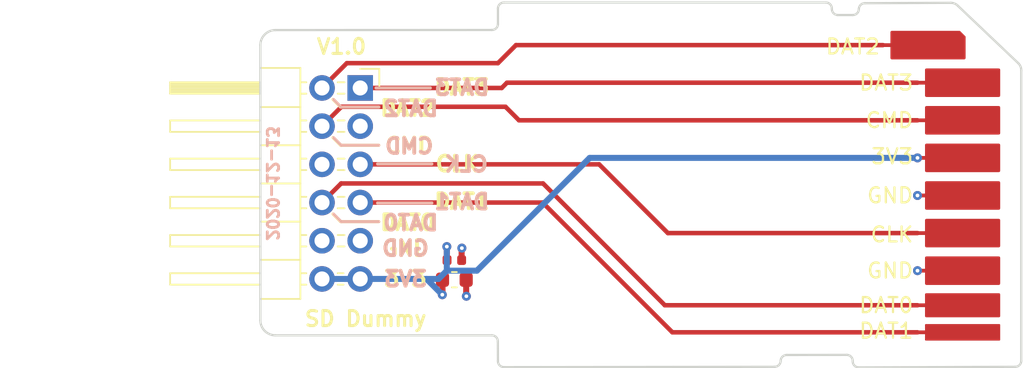
<source format=kicad_pcb>
(kicad_pcb (version 20221018) (generator pcbnew)
  (title_block (title "SD Dummy") (date "2020-12-13") (rev "r1.0") (company "GsD") (comment 1 "PMOD"))
  (layers (0 "F.Cu" signal) (1 "In1.Cu" signal) (2 "In2.Cu" signal) (31 "B.Cu" signal) (34 "B.Paste" user) (35 "F.Paste" user) (36 "B.SilkS" user "B.Silkscreen") (37 "F.SilkS" user "F.Silkscreen") (38 "B.Mask" user) (39 "F.Mask" user) (44 "Edge.Cuts" user))
  (net 0 "")
  (net 1 "GND")
  (net 2 "+3V3")
  (net 3 "Net-(J1-Pad2)")
  (net 4 "Net-(J1-Pad9)")
  (net 5 "/DAT2")
  (net 6 "/DAT1")
  (net 7 "/DAT0")
  (net 8 "/CLK")
  (net 9 "/CMD")
  (net 10 "/DAT3")
  (footprint "Capacitor_SMD:C_0603_1608Metric" (layer "F.Cu") (at 120.4 97.8)
    (fp_text reference "C1" hide)
    (fp_text value "10u" hide)
    (fp_line (start -0.162779 -0.51) (end 0.162779 -0.51) (stroke (width 0.12)) (layer "F.SilkS"))
    (fp_line (start -0.162779 0.51) (end 0.162779 0.51) (stroke (width 0.12)) (layer "F.SilkS"))
    (pad "1" smd roundrect (at -0.7875 0) (size 0.875 0.95) (layers "F.Cu" "F.Paste" "F.Mask") (net 2 "+3V3"))
    (pad "2" smd roundrect (at 0.7875 0) (size 0.875 0.95) (layers "F.Cu" "F.Paste" "F.Mask") (net 1 "GND"))
  )
  (footprint "Capacitor_SMD:C_0402_1005Metric" (layer "F.Cu") (at 120.4 96.5)
    (fp_text reference "C2" hide)
    (fp_text value "100n" hide)
    (pad "1" smd roundrect (at -0.485 0) (size 0.59 0.64) (layers "F.Cu" "F.Paste" "F.Mask") (net 2 "+3V3"))
    (pad "2" smd roundrect (at 0.485 0) (size 0.59 0.64) (layers "F.Cu" "F.Paste" "F.Mask") (net 1 "GND"))
  )
  (footprint "pkl_connectors:PMODHeader_2x06_P2.54mm_Horizontal" (layer "F.Cu") (at 114.14 97.75 180)
    (fp_text reference "J1" hide)
    (fp_text value "PMOD" hide)
    (fp_line (start -1.27 13.97) (end -1.27 12.7) (stroke (width 0.12)) (layer "F.SilkS"))
    (fp_line (start 0 13.97) (end -1.27 13.97) (stroke (width 0.12)) (layer "F.SilkS"))
    (fp_line (start 1.042929 2.16) (end 1.497071 2.16) (stroke (width 0.12)) (layer "F.SilkS"))
    (fp_line (start 1.042929 2.92) (end 1.497071 2.92) (stroke (width 0.12)) (layer "F.SilkS"))
    (fp_line (start 1.042929 4.7) (end 1.497071 4.7) (stroke (width 0.12)) (layer "F.SilkS"))
    (fp_line (start 1.042929 5.46) (end 1.497071 5.46) (stroke (width 0.12)) (layer "F.SilkS"))
    (fp_line (start 1.042929 7.24) (end 1.497071 7.24) (stroke (width 0.12)) (layer "F.SilkS"))
    (fp_line (start 1.042929 8) (end 1.497071 8) (stroke (width 0.12)) (layer "F.SilkS"))
    (fp_line (start 1.042929 9.78) (end 1.497071 9.78) (stroke (width 0.12)) (layer "F.SilkS"))
    (fp_line (start 1.042929 10.54) (end 1.497071 10.54) (stroke (width 0.12)) (layer "F.SilkS"))
    (fp_line (start 1.042929 12.32) (end 1.497071 12.32) (stroke (width 0.12)) (layer "F.SilkS"))
    (fp_line (start 1.042929 13.08) (end 1.497071 13.08) (stroke (width 0.12)) (layer "F.SilkS"))
    (fp_line (start 1.11 -0.38) (end 1.497071 -0.38) (stroke (width 0.12)) (layer "F.SilkS"))
    (fp_line (start 1.11 0.38) (end 1.497071 0.38) (stroke (width 0.12)) (layer "F.SilkS"))
    (fp_line (start 3.582929 -0.38) (end 3.98 -0.38) (stroke (width 0.12)) (layer "F.SilkS"))
    (fp_line (start 3.582929 0.38) (end 3.98 0.38) (stroke (width 0.12)) (layer "F.SilkS"))
    (fp_line (start 3.582929 2.16) (end 3.98 2.16) (stroke (width 0.12)) (layer "F.SilkS"))
    (fp_line (start 3.582929 2.92) (end 3.98 2.92) (stroke (width 0.12)) (layer "F.SilkS"))
    (fp_line (start 3.582929 4.7) (end 3.98 4.7) (stroke (width 0.12)) (layer "F.SilkS"))
    (fp_line (start 3.582929 5.46) (end 3.98 5.46) (stroke (width 0.12)) (layer "F.SilkS"))
    (fp_line (start 3.582929 7.24) (end 3.98 7.24) (stroke (width 0.12)) (layer "F.SilkS"))
    (fp_line (start 3.582929 8) (end 3.98 8) (stroke (width 0.12)) (layer "F.SilkS"))
    (fp_line (start 3.582929 9.78) (end 3.98 9.78) (stroke (width 0.12)) (layer "F.SilkS"))
    (fp_line (start 3.582929 10.54) (end 3.98 10.54) (stroke (width 0.12)) (layer "F.SilkS"))
    (fp_line (start 3.582929 12.32) (end 3.98 12.32) (stroke (width 0.12)) (layer "F.SilkS"))
    (fp_line (start 3.582929 13.08) (end 3.98 13.08) (stroke (width 0.12)) (layer "F.SilkS"))
    (fp_line (start 3.98 -1.33) (end 3.98 14.03) (stroke (width 0.12)) (layer "F.SilkS"))
    (fp_line (start 3.98 1.27) (end 6.64 1.27) (stroke (width 0.12)) (layer "F.SilkS"))
    (fp_line (start 3.98 3.81) (end 6.64 3.81) (stroke (width 0.12)) (layer "F.SilkS"))
    (fp_line (start 3.98 6.35) (end 6.64 6.35) (stroke (width 0.12)) (layer "F.SilkS"))
    (fp_line (start 3.98 8.89) (end 6.64 8.89) (stroke (width 0.12)) (layer "F.SilkS"))
    (fp_line (start 3.98 11.43) (end 6.64 11.43) (stroke (width 0.12)) (layer "F.SilkS"))
    (fp_line (start 3.98 14.03) (end 6.64 14.03) (stroke (width 0.12)) (layer "F.SilkS"))
    (fp_line (start 6.64 -1.33) (end 3.98 -1.33) (stroke (width 0.12)) (layer "F.SilkS"))
    (fp_line (start 6.64 -0.38) (end 12.64 -0.38) (stroke (width 0.12)) (layer "F.SilkS"))
    (fp_line (start 6.64 2.16) (end 12.64 2.16) (stroke (width 0.12)) (layer "F.SilkS"))
    (fp_line (start 6.64 4.7) (end 12.64 4.7) (stroke (width 0.12)) (layer "F.SilkS"))
    (fp_line (start 6.64 7.24) (end 12.64 7.24) (stroke (width 0.12)) (layer "F.SilkS"))
    (fp_line (start 6.64 9.78) (end 12.64 9.78) (stroke (width 0.12)) (layer "F.SilkS"))
    (fp_line (start 6.64 12.32) (end 12.64 12.32) (stroke (width 0.12)) (layer "F.SilkS"))
    (fp_line (start 6.64 12.38) (end 12.64 12.38) (stroke (width 0.12)) (layer "F.SilkS"))
    (fp_line (start 6.64 12.5) (end 12.64 12.5) (stroke (width 0.12)) (layer "F.SilkS"))
    (fp_line (start 6.64 12.62) (end 12.64 12.62) (stroke (width 0.12)) (layer "F.SilkS"))
    (fp_line (start 6.64 12.74) (end 12.64 12.74) (stroke (width 0.12)) (layer "F.SilkS"))
    (fp_line (start 6.64 12.86) (end 12.64 12.86) (stroke (width 0.12)) (layer "F.SilkS"))
    (fp_line (start 6.64 12.98) (end 12.64 12.98) (stroke (width 0.12)) (layer "F.SilkS"))
    (fp_line (start 6.64 14.03) (end 6.64 -1.33) (stroke (width 0.12)) (layer "F.SilkS"))
    (fp_line (start 12.64 -0.38) (end 12.64 0.38) (stroke (width 0.12)) (layer "F.SilkS"))
    (fp_line (start 12.64 0.38) (end 6.64 0.38) (stroke (width 0.12)) (layer "F.SilkS"))
    (fp_line (start 12.64 2.16) (end 12.64 2.92) (stroke (width 0.12)) (layer "F.SilkS"))
    (fp_line (start 12.64 2.92) (end 6.64 2.92) (stroke (width 0.12)) (layer "F.SilkS"))
    (fp_line (start 12.64 4.7) (end 12.64 5.46) (stroke (width 0.12)) (layer "F.SilkS"))
    (fp_line (start 12.64 5.46) (end 6.64 5.46) (stroke (width 0.12)) (layer "F.SilkS"))
    (fp_line (start 12.64 7.24) (end 12.64 8) (stroke (width 0.12)) (layer "F.SilkS"))
    (fp_line (start 12.64 8) (end 6.64 8) (stroke (width 0.12)) (layer "F.SilkS"))
    (fp_line (start 12.64 9.78) (end 12.64 10.54) (stroke (width 0.12)) (layer "F.SilkS"))
    (fp_line (start 12.64 10.54) (end 6.64 10.54) (stroke (width 0.12)) (layer "F.SilkS"))
    (fp_line (start 12.64 12.32) (end 12.64 13.08) (stroke (width 0.12)) (layer "F.SilkS"))
    (fp_line (start 12.64 13.08) (end 6.64 13.08) (stroke (width 0.12)) (layer "F.SilkS"))
    (pad "1" thru_hole rect (at 0 12.7 180) (size 1.7 1.7) (drill 1) (layers "*.Cu" "*.Mask") (net 10 "/DAT3"))
    (pad "2" thru_hole oval (at 0 10.16 180) (size 1.7 1.7) (drill 1) (layers "*.Cu" "*.Mask") (net 3 "Net-(J1-Pad2)"))
    (pad "3" thru_hole oval (at 0 7.62 180) (size 1.7 1.7) (drill 1) (layers "*.Cu" "*.Mask") (net 8 "/CLK"))
    (pad "4" thru_hole oval (at 0 5.08 180) (size 1.7 1.7) (drill 1) (layers "*.Cu" "*.Mask") (net 6 "/DAT1"))
    (pad "5" thru_hole oval (at 0 2.54 180) (size 1.7 1.7) (drill 1) (layers "*.Cu" "*.Mask") (net 1 "GND"))
    (pad "6" thru_hole circle (at 0 0 180) (size 1.7 1.7) (drill 1) (layers "*.Cu" "*.Mask") (net 2 "+3V3"))
    (pad "7" thru_hole circle (at 2.54 12.7 180) (size 1.7 1.7) (drill 1) (layers "*.Cu" "*.Mask") (net 5 "/DAT2"))
    (pad "8" thru_hole oval (at 2.54 10.16 180) (size 1.7 1.7) (drill 1) (layers "*.Cu" "*.Mask") (net 9 "/CMD"))
    (pad "9" thru_hole oval (at 2.54 7.62 180) (size 1.7 1.7) (drill 1) (layers "*.Cu" "*.Mask") (net 4 "Net-(J1-Pad9)"))
    (pad "10" thru_hole oval (at 2.54 5.08 180) (size 1.7 1.7) (drill 1) (layers "*.Cu" "*.Mask") (net 7 "/DAT0"))
    (pad "11" thru_hole oval (at 2.54 2.54 180) (size 1.7 1.7) (drill 1) (layers "*.Cu" "*.Mask") (net 1 "GND"))
    (pad "12" thru_hole oval (at 2.54 0 180) (size 1.7 1.7) (drill 1) (layers "*.Cu" "*.Mask") (net 2 "+3V3"))
  )
  (footprint "gsd-footprints:SD_PCB" (layer "F.Cu") (at 123.3 91.4 -90)
    (fp_text reference "J2" hide)
    (fp_text value "Conn_01x09_Female" hide)
    (pad "1" smd roundrect (at -6.7 -30.9 270) (size 1.9 5) (layers "F.Cu" "F.Mask") (roundrect_rratio 0.05) (net 10 "/DAT3"))
    (pad "2" smd roundrect (at -4.2 -30.9 270) (size 1.9 5) (layers "F.Cu" "F.Mask") (roundrect_rratio 0.05) (net 9 "/CMD"))
    (pad "3" smd roundrect (at -1.7 -30.9 270) (size 1.9 5) (layers "F.Cu" "F.Mask") (roundrect_rratio 0.05) (net 2 "+3V3"))
    (pad "4" smd roundrect (at 0.8 -30.9 270) (size 1.9 5) (layers "F.Cu" "F.Mask") (roundrect_rratio 0.05) (net 1 "GND"))
    (pad "5" smd roundrect (at 3.3 -30.9 270) (size 1.9 5) (layers "F.Cu" "F.Mask") (roundrect_rratio 0.05) (net 8 "/CLK"))
    (pad "6" smd roundrect (at 5.8 -30.9 270) (size 1.9 5) (layers "F.Cu" "F.Mask") (roundrect_rratio 0.05) (net 1 "GND"))
    (pad "7" smd roundrect (at 8.1 -30.9 270) (size 1.6 5) (layers "F.Cu" "F.Mask") (roundrect_rratio 0.05) (net 7 "/DAT0"))
    (pad "8" smd roundrect (at 9.9 -30.9 270) (size 1.1 5) (layers "F.Cu" "F.Mask") (roundrect_rratio 0.05) (net 6 "/DAT1"))
    (pad "9" smd roundrect (at -9.2 -28.6 270) (size 1.9 5) (layers "F.Cu" "F.Mask") (roundrect_rratio 0.05) (chamfer_ratio 0.2) (chamfer top_left) (net 5 "/DAT2"))
  )
  (gr_line (start 115.3 90.1) (end 118.9 90.1) (stroke (width 0.2)) (layer "B.SilkS"))
  (gr_line (start 115.3 92.7) (end 118.9 92.7) (stroke (width 0.2)) (layer "B.SilkS"))
  (gr_line (start 112.362 88.352) (end 112.87 88.86) (stroke (width 0.2)) (layer "B.SilkS"))
  (gr_line (start 112.87 86.32) (end 115.374 86.32) (stroke (width 0.2)) (layer "B.SilkS"))
  (gr_line (start 112.87 93.94) (end 115.374 93.94) (stroke (width 0.2)) (layer "B.SilkS"))
  (gr_line (start 112.362 85.812) (end 112.87 86.32) (stroke (width 0.2)) (layer "B.SilkS"))
  (gr_line (start 112.362 93.432) (end 112.87 93.94) (stroke (width 0.2)) (layer "B.SilkS"))
  (gr_line (start 115.2 85.05) (end 118.8 85.05) (stroke (width 0.2)) (layer "B.SilkS"))
  (gr_line (start 112.87 88.86) (end 115.374 88.86) (stroke (width 0.2)) (layer "B.SilkS"))
  (gr_line (start 115.3 90.1) (end 118.9 90.1) (stroke (width 0.2)) (layer "F.SilkS"))
  (gr_line (start 115.2 85.05) (end 118.8 85.05) (stroke (width 0.2)) (layer "F.SilkS"))
  (gr_line (start 112.834 93.94) (end 115.374 93.94) (stroke (width 0.2)) (layer "F.SilkS"))
  (gr_line (start 112.834 88.86) (end 115.374 88.86) (stroke (width 0.2)) (layer "F.SilkS"))
  (gr_line (start 112.834 86.32) (end 115.374 86.32) (stroke (width 0.2)) (layer "F.SilkS"))
  (gr_line (start 112.326 93.432) (end 112.834 93.94) (stroke (width 0.2)) (layer "F.SilkS"))
  (gr_line (start 112.326 88.352) (end 112.834 88.86) (stroke (width 0.2)) (layer "F.SilkS"))
  (gr_line (start 112.326 85.812) (end 112.834 86.32) (stroke (width 0.2)) (layer "F.SilkS"))
  (gr_line (start 115.3 92.7) (end 118.9 92.7) (stroke (width 0.2)) (layer "F.SilkS"))
  (gr_line (start 158.1 103.2) (end 158.1 83.9) (stroke (width 0.15)) (layer "Edge.Cuts"))
  (gr_line (start 123.293579 101.916376) (end 123.3 103.2) (stroke (width 0.15)) (layer "Edge.Cuts"))
  (gr_line (start 108.5 81.2) (end 122.883624 81.193579) (stroke (width 0.15)) (layer "Edge.Cuts"))
  (gr_line (start 157.9 83.4) (end 153.9 79.6) (stroke (width 0.15)) (layer "Edge.Cuts"))
  (gr_arc (start 147.3 79.806172) (mid 147.174794 80.09075) (end 146.883624 80.199751) (stroke (width 0.15)) (layer "Edge.Cuts"))
  (gr_line (start 123.693579 103.616377) (end 141.683623 103.593578) (stroke (width 0.15)) (layer "Edge.Cuts"))
  (gr_arc (start 123.3 79.760578) (mid 123.425206 79.476) (end 123.716376 79.366999) (stroke (width 0.15)) (layer "Edge.Cuts"))
  (gr_line (start 123.3 80.8) (end 123.3 79.760578) (stroke (width 0.15)) (layer "Edge.Cuts"))
  (gr_arc (start 123.693579 103.616376) (mid 123.409001 103.49117) (end 123.3 103.2) (stroke (width 0.15)) (layer "Edge.Cuts"))
  (gr_line (start 147.287156 103.632753) (end 157.683624 103.593578) (stroke (width 0.15)) (layer "Edge.Cuts"))
  (gr_line (start 107.5 100.5) (end 107.5 82.2) (stroke (width 0.15)) (layer "Edge.Cuts"))
  (gr_arc (start 142.100002 103.2) (mid 142.225208 102.915423) (end 142.516377 102.806422) (stroke (width 0.15)) (layer "Edge.Cuts"))
  (gr_arc (start 145.112842 79.366999) (mid 145.39742 79.492205) (end 145.506421 79.783375) (stroke (width 0.15)) (layer "Edge.Cuts"))
  (gr_arc (start 145.9 80.199751) (mid 145.615422 80.074545) (end 145.506421 79.783375) (stroke (width 0.15)) (layer "Edge.Cuts"))
  (gr_arc (start 108.5 101.5) (mid 107.792893 101.207107) (end 107.5 100.5) (stroke (width 0.15)) (layer "Edge.Cuts"))
  (gr_arc (start 153.405026 79.387867) (mid 153.675196 79.441007) (end 153.9 79.6) (stroke (width 0.15)) (layer "Edge.Cuts"))
  (gr_arc (start 157.900001 83.399999) (mid 158.053464 83.628614) (end 158.1 83.9) (stroke (width 0.15)) (layer "Edge.Cuts"))
  (gr_line (start 142.516377 102.806422) (end 146.5 102.8) (stroke (width 0.15)) (layer "Edge.Cuts"))
  (gr_arc (start 123.3 80.8) (mid 123.174794 81.084578) (end 122.883624 81.193579) (stroke (width 0.15)) (layer "Edge.Cuts"))
  (gr_line (start 147.716376 79.412593) (end 153.405025 79.387868) (stroke (width 0.15)) (layer "Edge.Cuts"))
  (gr_arc (start 147.3 79.806172) (mid 147.425206 79.521594) (end 147.716376 79.412593) (stroke (width 0.15)) (layer "Edge.Cuts"))
  (gr_arc (start 146.5 102.800002) (mid 146.784577 102.925208) (end 146.893578 103.216377) (stroke (width 0.15)) (layer "Edge.Cuts"))
  (gr_line (start 122.9 101.5) (end 108.5 101.5) (stroke (width 0.15)) (layer "Edge.Cuts"))
  (gr_arc (start 147.287157 103.632751) (mid 147.002579 103.507546) (end 146.893578 103.216377) (stroke (width 0.15)) (layer "Edge.Cuts"))
  (gr_line (start 145.112842 79.366999) (end 123.716376 79.366999) (stroke (width 0.15)) (layer "Edge.Cuts"))
  (gr_line (start 146.883624 80.199751) (end 145.9 80.199751) (stroke (width 0.15)) (layer "Edge.Cuts"))
  (gr_arc (start 142.099998 103.2) (mid 141.974792 103.484577) (end 141.683623 103.593578) (stroke (width 0.15)) (layer "Edge.Cuts"))
  (gr_arc (start 107.5 82.2) (mid 107.792893 81.492893) (end 108.5 81.2) (stroke (width 0.15)) (layer "Edge.Cuts"))
  (gr_arc (start 158.099998 103.199999) (mid 157.974793 103.484577) (end 157.683624 103.593578) (stroke (width 0.15)) (layer "Edge.Cuts"))
  (gr_arc (start 122.9 101.5) (mid 123.184578 101.625206) (end 123.293579 101.916376) (stroke (width 0.15)) (layer "Edge.Cuts"))
  (gr_text "GND" (at 117.152 95.718) (layer "B.SilkS") (effects (font (size 1 1) (thickness 0.25)) (justify mirror)))
  (gr_text "DAT1" (at 120.899999 92.6225) (layer "B.SilkS") (effects (font (size 1 1) (thickness 0.25)) (justify mirror)))
  (gr_text "DAT2" (at 117.5 86.4225) (layer "B.SilkS") (effects (font (size 1 1) (thickness 0.25)) (justify mirror)))
  (gr_text "CMD" (at 117.4 88.9225) (layer "B.SilkS") (effects (font (size 1 1) (thickness 0.25)) (justify mirror)))
  (gr_text "DAT3" (at 120.899999 85.0225) (layer "B.SilkS") (effects (font (size 1 1) (thickness 0.25)) (justify mirror)))
  (gr_text "3V3" (at 117.152 97.75) (layer "B.SilkS") (effects (font (size 1 1) (thickness 0.25)) (justify mirror)))
  (gr_text "DAT0" (at 117.5 94.0225) (layer "B.SilkS") (effects (font (size 1 1) (thickness 0.25)) (justify mirror)))
  (gr_text "2020-12-13\n" (at 108.298 91.4 270) (layer "B.SilkS") (effects (font (size 0.75 0.75) (thickness 0.1875)) (justify mirror)))
  (gr_text "CLK" (at 121.2 90.1225) (layer "B.SilkS") (effects (font (size 1 1) (thickness 0.25)) (justify mirror)))
  (gr_text "DAT0" (at 117.3 94) (layer "F.SilkS") (effects (font (size 1 1) (thickness 0.25))))
  (gr_text "GND" (at 117.152 95.718) (layer "F.SilkS") (effects (font (size 1 1) (thickness 0.25))))
  (gr_text "DAT0" (at 149.119047 99.5) (layer "F.SilkS") (effects (font (size 1 1))))
  (gr_text "DAT2" (at 117.3 86.4) (layer "F.SilkS") (effects (font (size 1 1) (thickness 0.25))))
  (gr_text "DAT1" (at 149.119047 101.2) (layer "F.SilkS") (effects (font (size 1 1))))
  (gr_text "CMD" (at 149.333333 87.2) (layer "F.SilkS") (effects (font (size 1 1))))
  (gr_text "CLK" (at 149.5 94.8) (layer "F.SilkS") (effects (font (size 1 1))))
  (gr_text "GND" (at 149.380952 97.2) (layer "F.SilkS") (effects (font (size 1 1))))
  (gr_text "V1.0" (at 112.9 82.3) (layer "F.SilkS") (effects (font (size 1 1) (thickness 0.2))))
  (gr_text "SD Dummy" (at 114.5 100.4) (layer "F.SilkS") (effects (font (size 1 1) (thickness 0.2))))
  (gr_text "3V3" (at 117.152 97.75) (layer "F.SilkS") (effects (font (size 1 1) (thickness 0.25))))
  (gr_text "DAT2" (at 146.9 82.3) (layer "F.SilkS") (effects (font (size 1 1))))
  (gr_text "DAT1" (at 120.9 92.6) (layer "F.SilkS") (effects (font (size 1 1) (thickness 0.25))))
  (gr_text "3V3" (at 149.523809 89.6) (layer "F.SilkS") (effects (font (size 1 1))))
  (gr_text "CMD" (at 117.4 88.9) (layer "F.SilkS") (effects (font (size 1 1) (thickness 0.25))))
  (gr_text "CLK" (at 120.6 90.1) (layer "F.SilkS") (effects (font (size 1 1) (thickness 0.25))))
  (gr_text "DAT3" (at 120.9 85) (layer "F.SilkS") (effects (font (size 1 1) (thickness 0.25))))
  (gr_text "DAT3" (at 149.119047 84.7) (layer "F.SilkS") (effects (font (size 1 1))))
  (gr_text "GND" (at 149.380952 92.2) (layer "F.SilkS") (effects (font (size 1 1))))
  (segment (start 120.885 95.715) (end 120.9 95.7) (width 0.4) (layer "F.Cu") (net 1))
  (segment (start 120.885 96.5) (end 120.885 95.715) (width 0.4) (layer "F.Cu") (net 1))
  (segment (start 154.2 97.2) (end 151.2 97.2) (width 0.25) (layer "F.Cu") (net 1))
  (segment (start 121.1875 98.8875) (end 121.2 98.9) (width 0.4) (layer "F.Cu") (net 1))
  (segment (start 121.1875 97.8) (end 121.1875 98.8875) (width 0.4) (layer "F.Cu") (net 1))
  (segment (start 154.2 92.2) (end 151.2 92.2) (width 0.25) (layer "F.Cu") (net 1))
  (via (at 151.2 92.2) (size 0.6) (drill 0.25) (layers "F.Cu" "B.Cu") (net 1))
  (via (at 151.2 97.2) (size 0.6) (drill 0.25) (layers "F.Cu" "B.Cu") (net 1))
  (via (at 121.2 98.9) (size 0.6) (drill 0.25) (layers "F.Cu" "B.Cu") (net 1))
  (via (at 120.9 95.7) (size 0.6) (drill 0.25) (layers "F.Cu" "B.Cu") (net 1))
  (segment (start 119.9 96.485) (end 119.915 96.5) (width 0.4) (layer "F.Cu") (net 2))
  (segment (start 119.6 98.8) (end 119.6125 98.7875) (width 0.4) (layer "F.Cu") (net 2))
  (segment (start 119.9 95.6) (end 119.9 96.485) (width 0.4) (layer "F.Cu") (net 2))
  (segment (start 119.6125 98.7875) (end 119.6125 97.8) (width 0.4) (layer "F.Cu") (net 2))
  (segment (start 154.2 89.7) (end 151.2 89.7) (width 0.25) (layer "F.Cu") (net 2))
  (via (at 119.9 95.6) (size 0.6) (drill 0.25) (layers "F.Cu" "B.Cu") (net 2))
  (via (at 151.2 89.7) (size 0.6) (drill 0.25) (layers "F.Cu" "B.Cu") (net 2))
  (via (at 119.6 98.8) (size 0.6) (drill 0.25) (layers "F.Cu" "B.Cu") (net 2))
  (segment (start 111.6 97.75) (end 114.14 97.75) (width 0.4) (layer "B.Cu") (net 2))
  (segment (start 119.9 97.2) (end 121.9 97.2) (width 0.4) (layer "B.Cu") (net 2))
  (segment (start 118.55 97.75) (end 119.6 98.8) (width 0.4) (layer "B.Cu") (net 2))
  (segment (start 121.9 97.2) (end 129.4 89.7) (width 0.4) (layer "B.Cu") (net 2))
  (segment (start 118.55 97.75) (end 119.35 97.75) (width 0.4) (layer "B.Cu") (net 2))
  (segment (start 114.14 97.75) (end 118.55 97.75) (width 0.4) (layer "B.Cu") (net 2))
  (segment (start 129.4 89.7) (end 151.2 89.7) (width 0.4) (layer "B.Cu") (net 2))
  (segment (start 119.35 97.75) (end 119.9 97.2) (width 0.4) (layer "B.Cu") (net 2))
  (segment (start 119.9 97.2) (end 119.9 95.6) (width 0.4) (layer "B.Cu") (net 2))
  (segment (start 113.25 83.4) (end 111.6 85.05) (width 0.3) (layer "F.Cu") (net 5))
  (segment (start 151.9 82.2) (end 148.9 82.2) (width 0.25) (layer "F.Cu") (net 5))
  (segment (start 124.5 82.2) (end 123.3 83.4) (width 0.3) (layer "F.Cu") (net 5))
  (segment (start 123.3 83.4) (end 113.25 83.4) (width 0.3) (layer "F.Cu") (net 5))
  (segment (start 148.9 82.2) (end 124.5 82.2) (width 0.3) (layer "F.Cu") (net 5))
  (segment (start 126.27 92.67) (end 114.14 92.67) (width 0.3) (layer "F.Cu") (net 6))
  (segment (start 154.2 101.3) (end 151.2 101.3) (width 0.25) (layer "F.Cu") (net 6))
  (segment (start 151.2 101.3) (end 134.9 101.3) (width 0.3) (layer "F.Cu") (net 6))
  (segment (start 134.9 101.3) (end 126.27 92.67) (width 0.3) (layer "F.Cu") (net 6))
  (segment (start 134.4 99.5) (end 126.3 91.4) (width 0.3) (layer "F.Cu") (net 7))
  (segment (start 126.3 91.4) (end 112.87 91.4) (width 0.3) (layer "F.Cu") (net 7))
  (segment (start 154.2 99.5) (end 151.2 99.5) (width 0.25) (layer "F.Cu") (net 7))
  (segment (start 151.2 99.5) (end 134.4 99.5) (width 0.3) (layer "F.Cu") (net 7))
  (segment (start 112.87 91.4) (end 111.6 92.67) (width 0.3) (layer "F.Cu") (net 7))
  (segment (start 130.03 90.13) (end 114.14 90.13) (width 0.3) (layer "F.Cu") (net 8))
  (segment (start 151.2 94.7) (end 134.6 94.7) (width 0.3) (layer "F.Cu") (net 8))
  (segment (start 154.2 94.7) (end 151.2 94.7) (width 0.25) (layer "F.Cu") (net 8))
  (segment (start 134.6 94.7) (end 130.03 90.13) (width 0.3) (layer "F.Cu") (net 8))
  (segment (start 151.2 87.2) (end 124.7 87.2) (width 0.3) (layer "F.Cu") (net 9))
  (segment (start 123.8 86.3) (end 112.89 86.3) (width 0.3) (layer "F.Cu") (net 9))
  (segment (start 112.89 86.3) (end 111.6 87.59) (width 0.3) (layer "F.Cu") (net 9))
  (segment (start 124.7 87.2) (end 123.8 86.3) (width 0.3) (layer "F.Cu") (net 9))
  (segment (start 154.2 87.2) (end 151.2 87.2) (width 0.25) (layer "F.Cu") (net 9))
  (segment (start 123.55 85.05) (end 114.14 85.05) (width 0.3) (layer "F.Cu") (net 10))
  (segment (start 123.9 84.7) (end 123.55 85.05) (width 0.3) (layer "F.Cu") (net 10))
  (segment (start 151.2 84.7) (end 123.9 84.7) (width 0.3) (layer "F.Cu") (net 10))
  (segment (start 154.2 84.7) (end 151.2 84.7) (width 0.25) (layer "F.Cu") (net 10))
)
</source>
